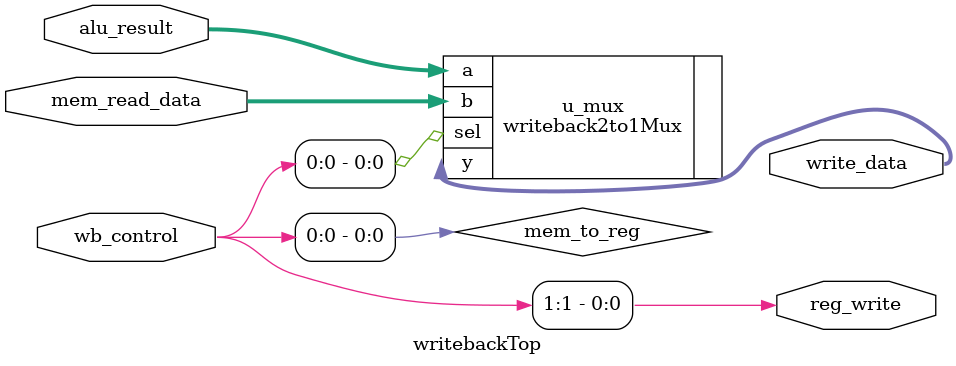
<source format=v>
`timescale 1ns / 1ps


module writebackTop(
    input  wire [1:0]  wb_control,   // {RegWrite, MemToReg}
    input  wire [31:0] mem_read_data,
    input  wire [31:0] alu_result,
    output wire [31:0] write_data,
    output wire        reg_write
);
    wire mem_to_reg = wb_control[0];
    assign reg_write = wb_control[1];

    writeback2to1Mux u_mux (
        .a(alu_result),      // when MemToReg = 0
        .b(mem_read_data),   // when MemToReg = 1
        .sel(mem_to_reg),
        .y(write_data)
    );
endmodule
</source>
